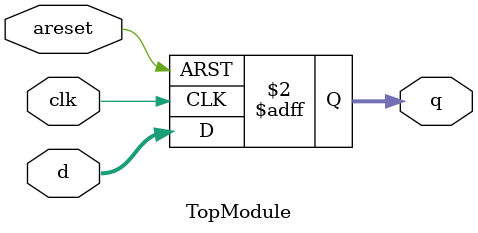
<source format=sv>
module TopModule (
    input logic clk,
    input logic areset,
    input logic [7:0] d,
    output logic [7:0] q
);

    always_ff @(posedge clk or posedge areset) begin
        if (areset) begin
            q <= 8'b00000000;
        end else begin
            q <= d;
        end
    end

endmodule
</source>
